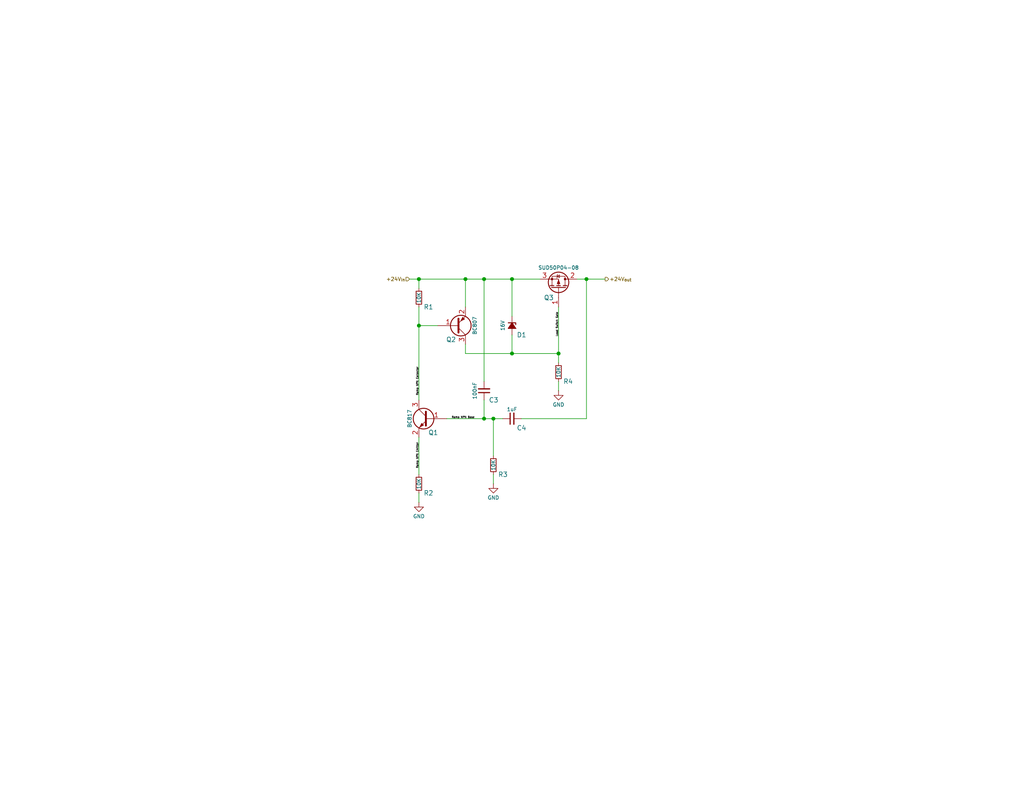
<source format=kicad_sch>
(kicad_sch (version 20231120) (generator "eeschema") (generator_version "8.0")
  (paper "USLetter")
  (title_block (title "Inrush Current Limiter") (date "2025-01-22") (rev "1.0.0") (company "Erratic.Tech"))
  (lib_symbols
    (symbol "Device:C_Small" (pin_numbers hide) (pin_names (offset 0.254) hide)
      (property "Reference" "C" (at 0.254 1.778 0))
      (property "Value" "C_Small" (at 0.254 -2.032 0))
      (symbol "C_Small_0_1"
        (polyline (pts (xy -1.524 -0.508) (xy 1.524 -0.508)) (stroke (width 0.3302)))
        (polyline (pts (xy -1.524 0.508) (xy 1.524 0.508)) (stroke (width 0.3048)))
      )
      (symbol "C_Small_1_1"
        (pin passive line (at 0 2.54 270) (length 2.032) (name "~") (number "1"))
        (pin passive line (at 0 -2.54 90) (length 2.032) (name "~") (number "2"))
      )
    )
    (symbol "Device:D_Zener_Small_Filled" (pin_numbers hide) (pin_names (offset 0.254) hide)
      (property "Reference" "D" (at 0 2.286 0))
      (property "Value" "D_Zener_Small_Filled" (at 0 -2.286 0))
      (symbol "D_Zener_Small_Filled_0_1"
        (polyline (pts (xy 0.762 0) (xy -0.762 0)))
        (polyline (pts (xy -0.254 1.016) (xy -0.762 1.016) (xy -0.762 -1.016)) (stroke (width 0.254)))
        (polyline (pts (xy 0.762 1.016) (xy -0.762 0) (xy 0.762 -1.016) (xy 0.762 1.016)) (stroke (width 0.254)) (fill (type outline)))
      )
      (symbol "D_Zener_Small_Filled_1_1"
        (pin passive line (at -2.54 0 0) (length 1.778) (name "K") (number "1"))
        (pin passive line (at 2.54 0 180) (length 1.778) (name "A") (number "2"))
      )
    )
    (symbol "Device:Q_NPN_BEC" (pin_names (offset 0) hide)
      (property "Reference" "Q" (at 5.08 1.27 0))
      (property "Value" "Q_NPN_BEC" (at 5.08 -1.27 0))
      (symbol "Q_NPN_BEC_0_1"
        (polyline (pts (xy 0.635 0.635) (xy 2.54 2.54)))
        (polyline (pts (xy 0.635 -0.635) (xy 2.54 -2.54) (xy 2.54 -2.54)))
        (polyline (pts (xy 0.635 1.905) (xy 0.635 -1.905) (xy 0.635 -1.905)) (stroke (width 0.508)))
        (polyline (pts (xy 1.27 -1.778) (xy 1.778 -1.27) (xy 2.286 -2.286) (xy 1.27 -1.778) (xy 1.27 -1.778)) (fill (type outline)))
        (circle (center 1.27 0) (radius 2.8194) (stroke (width 0.254)))
      )
      (symbol "Q_NPN_BEC_1_1"
        (pin input line (at -5.08 0 0) (length 5.715) (name "B") (number "1"))
        (pin passive line (at 2.54 -5.08 90) (length 2.54) (name "E") (number "2"))
        (pin passive line (at 2.54 5.08 270) (length 2.54) (name "C") (number "3"))
      )
    )
    (symbol "Device:Q_PMOS_GDS" (pin_names (offset 0) hide)
      (property "Reference" "Q" (at 5.08 1.27 0))
      (property "Value" "Q_PMOS_GDS" (at 5.08 -1.27 0))
      (symbol "Q_PMOS_GDS_0_1"
        (polyline (pts (xy 0.254 0) (xy -2.54 0)))
        (polyline (pts (xy 0.254 1.905) (xy 0.254 -1.905)) (stroke (width 0.254)))
        (polyline (pts (xy 0.762 -1.27) (xy 0.762 -2.286)) (stroke (width 0.254)))
        (polyline (pts (xy 0.762 0.508) (xy 0.762 -0.508)) (stroke (width 0.254)))
        (polyline (pts (xy 0.762 2.286) (xy 0.762 1.27)) (stroke (width 0.254)))
        (polyline (pts (xy 2.54 2.54) (xy 2.54 1.778)))
        (polyline (pts (xy 2.54 -2.54) (xy 2.54 0) (xy 0.762 0)))
        (polyline (pts (xy 0.762 1.778) (xy 3.302 1.778) (xy 3.302 -1.778) (xy 0.762 -1.778)))
        (polyline (pts (xy 2.286 0) (xy 1.27 0.381) (xy 1.27 -0.381) (xy 2.286 0)) (fill (type outline)))
        (polyline (pts (xy 2.794 -0.508) (xy 2.921 -0.381) (xy 3.683 -0.381) (xy 3.81 -0.254)))
        (polyline (pts (xy 3.302 -0.381) (xy 2.921 0.254) (xy 3.683 0.254) (xy 3.302 -0.381)))
        (circle (center 1.651 0) (radius 2.794) (stroke (width 0.254)))
        (circle (center 2.54 -1.778) (radius 0.254) (fill (type outline)))
        (circle (center 2.54 1.778) (radius 0.254) (fill (type outline)))
      )
      (symbol "Q_PMOS_GDS_1_1"
        (pin input line (at -5.08 0 0) (length 2.54) (name "G") (number "1"))
        (pin passive line (at 2.54 5.08 270) (length 2.54) (name "D") (number "2"))
        (pin passive line (at 2.54 -5.08 90) (length 2.54) (name "S") (number "3"))
      )
    )
    (symbol "Device:Q_PNP_BEC" (pin_names (offset 0) hide)
      (property "Reference" "Q" (at 5.08 1.27 0))
      (property "Value" "Q_PNP_BEC" (at 5.08 -1.27 0))
      (symbol "Q_PNP_BEC_0_1"
        (polyline (pts (xy 0.635 0.635) (xy 2.54 2.54)))
        (polyline (pts (xy 0.635 -0.635) (xy 2.54 -2.54) (xy 2.54 -2.54)))
        (polyline (pts (xy 0.635 1.905) (xy 0.635 -1.905) (xy 0.635 -1.905)) (stroke (width 0.508)))
        (polyline (pts (xy 2.286 -1.778) (xy 1.778 -2.286) (xy 1.27 -1.27) (xy 2.286 -1.778) (xy 2.286 -1.778)) (fill (type outline)))
        (circle (center 1.27 0) (radius 2.8194) (stroke (width 0.254)))
      )
      (symbol "Q_PNP_BEC_1_1"
        (pin input line (at -5.08 0 0) (length 5.715) (name "B") (number "1"))
        (pin passive line (at 2.54 -5.08 90) (length 2.54) (name "E") (number "2"))
        (pin passive line (at 2.54 5.08 270) (length 2.54) (name "C") (number "3"))
      )
    )
    (symbol "Device:R_Small" (pin_numbers hide) (pin_names (offset 0.254) hide)
      (property "Reference" "R" (at 0.762 0.508 0))
      (property "Value" "R_Small" (at 0.762 -1.016 0))
      (symbol "R_Small_0_1"
        (rectangle (start -0.762 1.778) (end 0.762 -1.778) (stroke (width 0.2032)))
      )
      (symbol "R_Small_1_1"
        (pin passive line (at 0 2.54 270) (length 0.762) (name "~") (number "1"))
        (pin passive line (at 0 -2.54 90) (length 0.762) (name "~") (number "2"))
      )
    )
    (symbol "power:GND" (power) (pin_numbers hide) (pin_names (offset 0) hide)
      (property "Value" "GND" (at 0 -3.81 0))
      (symbol "GND_0_1"
        (polyline (pts (xy 0 0) (xy 0 -1.27) (xy 1.27 -1.27) (xy 0 -2.54) (xy -1.27 -1.27) (xy 0 -1.27)))
      )
      (symbol "GND_1_1"
        (pin power_in line (at 0 0 270) (length 0) (name "~") (number "1"))
      )
    )
  )
  (junction (at 132.08 76.2))
  (junction (at 139.7 96.52))
  (junction (at 134.62 114.3))
  (junction (at 139.7 76.2))
  (junction (at 152.4 96.52))
  (junction (at 127 76.2))
  (junction (at 114.3 88.9))
  (junction (at 160.02 76.2))
  (junction (at 132.08 114.3))
  (junction (at 114.3 76.2))
  (wire (pts (xy 160.02 76.2) (xy 157.48 76.2)))
  (wire (pts (xy 127 76.2) (xy 132.08 76.2)))
  (wire (pts (xy 139.7 76.2) (xy 147.32 76.2)))
  (wire (pts (xy 132.08 114.3) (xy 134.62 114.3)))
  (wire (pts (xy 132.08 109.22) (xy 132.08 114.3)))
  (wire (pts (xy 160.02 114.3) (xy 160.02 76.2)))
  (wire (pts (xy 121.92 114.3) (xy 132.08 114.3)))
  (wire (pts (xy 142.24 114.3) (xy 160.02 114.3)))
  (wire (pts (xy 152.4 83.82) (xy 152.4 96.52)))
  (wire (pts (xy 139.7 91.44) (xy 139.7 96.52)))
  (wire (pts (xy 134.62 129.54) (xy 134.62 132.08)))
  (wire (pts (xy 132.08 76.2) (xy 132.08 104.14)))
  (wire (pts (xy 127 96.52) (xy 139.7 96.52)))
  (wire (pts (xy 114.3 134.62) (xy 114.3 137.16)))
  (wire (pts (xy 114.3 83.82) (xy 114.3 88.9)))
  (wire (pts (xy 114.3 76.2) (xy 127 76.2)))
  (wire (pts (xy 114.3 88.9) (xy 114.3 109.22)))
  (wire (pts (xy 111.76 76.2) (xy 114.3 76.2)))
  (wire (pts (xy 134.62 124.46) (xy 134.62 114.3)))
  (wire (pts (xy 139.7 76.2) (xy 139.7 86.36)))
  (wire (pts (xy 160.02 76.2) (xy 165.1 76.2)))
  (wire (pts (xy 127 93.98) (xy 127 96.52)))
  (wire (pts (xy 134.62 114.3) (xy 137.16 114.3)))
  (wire (pts (xy 139.7 96.52) (xy 152.4 96.52)))
  (wire (pts (xy 114.3 76.2) (xy 114.3 78.74)))
  (wire (pts (xy 132.08 76.2) (xy 139.7 76.2)))
  (wire (pts (xy 114.3 88.9) (xy 119.38 88.9)))
  (wire (pts (xy 152.4 96.52) (xy 152.4 99.06)))
  (wire (pts (xy 152.4 104.14) (xy 152.4 106.68)))
  (wire (pts (xy 127 83.82) (xy 127 76.2)))
  (wire (pts (xy 114.3 119.38) (xy 114.3 129.54)))
  (label "Ramp NPN Base" (at 123.19 114.3 0) (effects (font (size 0.5 0.5))))
  (label "Ramp NPN Collector" (at 114.3 107.95 90) (effects (font (size 0.5 0.5))))
  (label "Load Switch Gate" (at 152.4 85.09 270) (effects (font (size 0.5 0.5))))
  (label "Ramp NPN Emitter" (at 114.3 120.65 270) (effects (font (size 0.5 0.5))))
  (hierarchical_label "+24V_{out}" (shape output) (at 165.1 76.2 0) (effects (font (size 1 1))))
  (hierarchical_label "+24V_{In}" (shape input) (at 111.76 76.2 180) (effects (font (size 1 1))))
  (symbol (lib_id "Device:C_Small") (at 132.08 106.68 180) (unit 1)
    (property "Reference" "C3" (at 133.35 109.22 0) (effects (justify right)))
    (property "Value" "100nF" (at 129.54 106.68 90) (effects (font (size 1 1))))
    (property "Footprint" "Capacitor_SMD:C_0603_1608Metric" (effects (hide yes)))
    (property "Part Number" "GCM188R71H104KA57D" (effects (hide yes)))
    (instances (project "Light Module" (path "" (reference "C3") (unit 1))) (project "Light Module" (path "" (reference "C4") (unit 1))))
  )
  (symbol (lib_id "Device:C_Small") (at 139.7 114.3 90) (unit 1)
    (property "Reference" "C4" (at 140.97 116.84 90) (effects (justify right)))
    (property "Value" "1uF" (at 139.7 111.76 90) (effects (font (size 1 1))))
    (property "Footprint" "Capacitor_SMD:C_0603_1608Metric" (effects (hide yes)))
    (property "Part Number" "GMK107AB7105KAHT" (effects (hide yes)))
    (instances (project "Light Module" (path "" (reference "C4") (unit 1))) (project "Light Module" (path "" (reference "C5") (unit 1))))
  )
  (symbol (lib_id "Device:Q_NPN_BEC") (at 116.84 114.3 0) (mirror y) (unit 1)
    (property "Reference" "Q1" (at 116.84 118.11 0) (effects (justify right)))
    (property "Value" "BC817" (at 111.76 114.3 90) (effects (font (size 1 1))))
    (property "Footprint" "Package_TO_SOT_SMD:SOT-23" (effects (hide yes)))
    (property "Part Number" "BC817-40-TP" (effects (hide yes)))
    (instances (project "Light Module" (path "" (reference "Q1") (unit 1))) (project "Light Module" (path "" (reference "Q2") (unit 1))))
  )
  (symbol (lib_id "Device:R_Small") (at 134.62 127 0) (unit 1)
    (property "Reference" "R3" (at 135.89 129.54 0) (effects (justify left)))
    (property "Value" "10K" (at 134.62 127 90) (effects (font (size 1 1))))
    (property "Footprint" "Resistor_SMD:R_0603_1608Metric" (effects (hide yes)))
    (property "Part Number" "WR06X1002FTL" (effects (hide yes)))
    (instances (project "Light Module" (path "" (reference "R3") (unit 1))) (project "Light Module" (path "" (reference "R4") (unit 1))))
  )
  (symbol (lib_id "Device:R_Small") (at 114.3 81.28 0) (unit 1)
    (property "Reference" "R1" (at 115.57 83.82 0) (effects (justify left)))
    (property "Value" "10K" (at 114.3 81.28 90) (effects (font (size 1 1))))
    (property "Footprint" "Resistor_SMD:R_0603_1608Metric" (effects (hide yes)))
    (property "Part Number" "WR06X1002FTL" (effects (hide yes)))
    (instances (project "Light Module" (path "" (reference "R1") (unit 1))) (project "Light Module" (path "" (reference "R2") (unit 1))))
  )
  (symbol (lib_id "Device:Q_PMOS_GDS") (at 152.4 78.74 270) (mirror x) (unit 1)
    (property "Reference" "Q3" (at 151.13 81.28 90) (effects (justify right)))
    (property "Value" "SUD50P04-08" (at 152.4 73.66 90) (effects (font (size 1 1)) (justify top)))
    (property "Footprint" "Package_TO_SOT_SMD:TO-252-2" (effects (hide yes)))
    (property "Part Number" "SUD50P04-08-GE3" (effects (hide yes)))
    (instances (project "Light Module" (path "" (reference "Q3") (unit 1))) (project "Light Module" (path "" (reference "Q4") (unit 1))))
  )
  (symbol (lib_id "Device:R_Small") (at 152.4 101.6 0) (unit 1)
    (property "Reference" "R4" (at 153.67 104.14 0) (effects (justify left)))
    (property "Value" "10K" (at 152.4 101.6 90) (effects (font (size 1 1))))
    (property "Footprint" "Resistor_SMD:R_0603_1608Metric" (effects (hide yes)))
    (property "Part Number" "WR06X1002FTL" (effects (hide yes)))
    (instances (project "Light Module" (path "" (reference "R4") (unit 1))) (project "Light Module" (path "" (reference "R5") (unit 1))))
  )
  (symbol (lib_id "Device:R_Small") (at 114.3 132.08 0) (unit 1)
    (property "Reference" "R2" (at 115.57 134.62 0) (effects (justify left)))
    (property "Value" "10K" (at 114.3 132.08 90) (effects (font (size 1 1))))
    (property "Footprint" "Resistor_SMD:R_0603_1608Metric" (effects (hide yes)))
    (property "Part Number" "WR06X1002FTL" (effects (hide yes)))
    (instances (project "Light Module" (path "" (reference "R2") (unit 1))) (project "Light Module" (path "" (reference "R3") (unit 1))))
  )
  (symbol (lib_id "power:GND") (at 134.62 132.08 0) (unit 1)
    (property "Reference" "#PWR023" (effects (hide yes)))
    (property "Value" "GND" (at 134.62 135.89 0) (effects (font (size 1 1))))
    (property "Description" "Power symbol creates a global label with name \"GND\" , ground" (effects (hide yes)))
    (instances (project "Light Module" (path "" (reference "#PWR023") (unit 1))) (project "Light Module" (path "" (reference "#PWR026") (unit 1))))
  )
  (symbol (lib_id "Device:D_Zener_Small_Filled") (at 139.7 88.9 270) (unit 1)
    (property "Reference" "D1" (at 140.97 91.44 90) (effects (justify left)))
    (property "Value" "16V" (at 137.16 88.9 0) (effects (font (size 1 1))))
    (property "Footprint" "Diode_SMD:D_MiniMELF" (effects (hide yes)))
    (property "Part Number" "BZV55-C16,115" (effects (hide yes)))
  )
  (symbol (lib_id "Device:Q_PNP_BEC") (at 124.46 88.9 0) (mirror x) (unit 1)
    (property "Reference" "Q2" (at 124.46 92.71 0) (effects (justify right)))
    (property "Value" "BC807" (at 129.54 88.9 90) (effects (font (size 1 1))))
    (property "Footprint" "Package_TO_SOT_SMD:SOT-23" (effects (hide yes)))
    (property "Part Number" "BC807-40LT1G" (effects (hide yes)))
    (instances (project "Light Module" (path "" (reference "Q2") (unit 1))) (project "Light Module" (path "" (reference "Q3") (unit 1))))
  )
  (symbol (lib_id "power:GND") (at 152.4 106.68 0) (unit 1)
    (property "Reference" "#PWR024" (effects (hide yes)))
    (property "Value" "GND" (at 152.4 110.49 0) (effects (font (size 1 1))))
    (property "Description" "Power symbol creates a global label with name \"GND\" , ground" (effects (hide yes)))
    (instances (project "Light Module" (path "" (reference "#PWR024") (unit 1))) (project "Light Module" (path "" (reference "#PWR027") (unit 1))))
  )
  (symbol (lib_id "power:GND") (at 114.3 137.16 0) (unit 1)
    (property "Reference" "#PWR022" (effects (hide yes)))
    (property "Value" "GND" (at 114.3 140.97 0) (effects (font (size 1 1))))
    (property "Description" "Power symbol creates a global label with name \"GND\" , ground" (effects (hide yes)))
    (instances (project "Light Module" (path "" (reference "#PWR022") (unit 1))) (project "Light Module" (path "" (reference "#PWR025") (unit 1))))
  )
)
</source>
